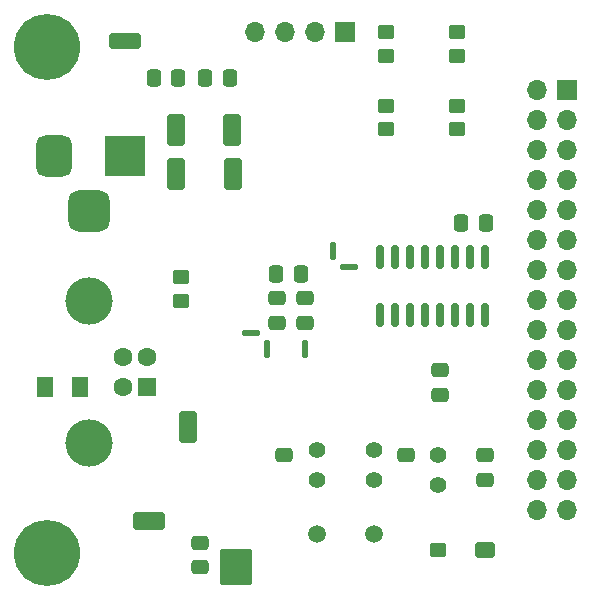
<source format=gbr>
%TF.GenerationSoftware,KiCad,Pcbnew,8.0.4*%
%TF.CreationDate,2024-10-18T12:18:20-03:00*%
%TF.ProjectId,STM32_DEV_BOARD,53544d33-325f-4444-9556-5f424f415244,rev?*%
%TF.SameCoordinates,Original*%
%TF.FileFunction,Soldermask,Bot*%
%TF.FilePolarity,Negative*%
%FSLAX46Y46*%
G04 Gerber Fmt 4.6, Leading zero omitted, Abs format (unit mm)*
G04 Created by KiCad (PCBNEW 8.0.4) date 2024-10-18 12:18:20*
%MOMM*%
%LPD*%
G01*
G04 APERTURE LIST*
G04 Aperture macros list*
%AMRoundRect*
0 Rectangle with rounded corners*
0 $1 Rounding radius*
0 $2 $3 $4 $5 $6 $7 $8 $9 X,Y pos of 4 corners*
0 Add a 4 corners polygon primitive as box body*
4,1,4,$2,$3,$4,$5,$6,$7,$8,$9,$2,$3,0*
0 Add four circle primitives for the rounded corners*
1,1,$1+$1,$2,$3*
1,1,$1+$1,$4,$5*
1,1,$1+$1,$6,$7*
1,1,$1+$1,$8,$9*
0 Add four rect primitives between the rounded corners*
20,1,$1+$1,$2,$3,$4,$5,0*
20,1,$1+$1,$4,$5,$6,$7,0*
20,1,$1+$1,$6,$7,$8,$9,0*
20,1,$1+$1,$8,$9,$2,$3,0*%
G04 Aperture macros list end*
%ADD10C,1.400000*%
%ADD11RoundRect,0.250000X-1.100000X0.500000X-1.100000X-0.500000X1.100000X-0.500000X1.100000X0.500000X0*%
%ADD12RoundRect,0.125000X0.125000X-0.625000X0.125000X0.625000X-0.125000X0.625000X-0.125000X-0.625000X0*%
%ADD13RoundRect,0.125000X0.625000X-0.125000X0.625000X0.125000X-0.625000X0.125000X-0.625000X-0.125000X0*%
%ADD14RoundRect,0.250000X-0.500000X-1.100000X0.500000X-1.100000X0.500000X1.100000X-0.500000X1.100000X0*%
%ADD15C,5.600000*%
%ADD16C,1.500000*%
%ADD17RoundRect,0.250000X0.450000X-0.350000X0.450000X0.350000X-0.450000X0.350000X-0.450000X-0.350000X0*%
%ADD18RoundRect,0.250000X0.600000X-0.400000X0.600000X0.400000X-0.600000X0.400000X-0.600000X-0.400000X0*%
%ADD19RoundRect,0.250000X0.475000X-0.337500X0.475000X0.337500X-0.475000X0.337500X-0.475000X-0.337500X0*%
%ADD20R,1.700000X1.700000*%
%ADD21O,1.700000X1.700000*%
%ADD22RoundRect,0.250000X-1.125000X1.275000X-1.125000X-1.275000X1.125000X-1.275000X1.125000X1.275000X0*%
%ADD23R,1.600000X1.600000*%
%ADD24C,1.600000*%
%ADD25C,4.000000*%
%ADD26R,3.500000X3.500000*%
%ADD27RoundRect,0.750000X-0.750000X-1.000000X0.750000X-1.000000X0.750000X1.000000X-0.750000X1.000000X0*%
%ADD28RoundRect,0.875000X-0.875000X-0.875000X0.875000X-0.875000X0.875000X0.875000X-0.875000X0.875000X0*%
%ADD29RoundRect,0.250000X1.100000X-0.412500X1.100000X0.412500X-1.100000X0.412500X-1.100000X-0.412500X0*%
%ADD30RoundRect,0.250000X-0.450000X0.350000X-0.450000X-0.350000X0.450000X-0.350000X0.450000X0.350000X0*%
%ADD31RoundRect,0.250000X-0.475000X0.337500X-0.475000X-0.337500X0.475000X-0.337500X0.475000X0.337500X0*%
%ADD32RoundRect,0.250000X-0.337500X-0.475000X0.337500X-0.475000X0.337500X0.475000X-0.337500X0.475000X0*%
%ADD33RoundRect,0.250000X0.500000X1.100000X-0.500000X1.100000X-0.500000X-1.100000X0.500000X-1.100000X0*%
%ADD34RoundRect,0.250000X0.337500X0.475000X-0.337500X0.475000X-0.337500X-0.475000X0.337500X-0.475000X0*%
%ADD35RoundRect,0.250001X0.462499X0.624999X-0.462499X0.624999X-0.462499X-0.624999X0.462499X-0.624999X0*%
%ADD36RoundRect,0.150000X0.150000X-0.825000X0.150000X0.825000X-0.150000X0.825000X-0.150000X-0.825000X0*%
G04 APERTURE END LIST*
D10*
%TO.C,JP2*%
X171190000Y-114602500D03*
X171190000Y-117142500D03*
%TD*%
D11*
%TO.C,D4*%
X146760000Y-120160000D03*
%TD*%
D12*
%TO.C,U1*%
X156740000Y-105625000D03*
X159940000Y-105625000D03*
D13*
X163715000Y-98650000D03*
D12*
X162340000Y-97275000D03*
D13*
X155365000Y-104250000D03*
%TD*%
D14*
%TO.C,D2*%
X150100000Y-112250000D03*
%TD*%
D15*
%TO.C,REF\u002A\u002A*%
X138140000Y-80050000D03*
%TD*%
D16*
%TO.C,Y1*%
X165840000Y-121300000D03*
X160960000Y-121300000D03*
%TD*%
D17*
%TO.C,R2*%
X171190000Y-122650000D03*
%TD*%
D18*
%TO.C,D5*%
X175230000Y-122640000D03*
%TD*%
D10*
%TO.C,JP7*%
X165842500Y-114130000D03*
X165842500Y-116670000D03*
%TD*%
D19*
%TO.C,C8*%
X168522500Y-114592500D03*
%TD*%
D20*
%TO.C,J2*%
X163330000Y-78780000D03*
D21*
X160790000Y-78780000D03*
X158250000Y-78780000D03*
X155710000Y-78780000D03*
%TD*%
D22*
%TO.C,U3*%
X154090000Y-124090000D03*
%TD*%
D15*
%TO.C,REF\u002A\u002A*%
X138140001Y-122849999D03*
%TD*%
D23*
%TO.C,J1*%
X146570000Y-108820000D03*
D24*
X146570000Y-106320000D03*
X144570000Y-106320000D03*
X144570000Y-108820000D03*
D25*
X141710000Y-113570000D03*
X141710000Y-101570000D03*
%TD*%
D10*
%TO.C,JP6*%
X160962500Y-116670000D03*
X160962500Y-114130000D03*
%TD*%
D19*
%TO.C,C7*%
X158202500Y-114602500D03*
%TD*%
%TO.C,C6*%
X175220000Y-116680000D03*
X175220000Y-114605000D03*
%TD*%
D26*
%TO.C,J6*%
X144720000Y-89240000D03*
D27*
X138720000Y-89240000D03*
D28*
X141720000Y-93940000D03*
%TD*%
D29*
%TO.C,C1*%
X144730000Y-79547500D03*
%TD*%
D17*
%TO.C,R6*%
X166810000Y-87012500D03*
X166810000Y-85012500D03*
%TD*%
D30*
%TO.C,R4*%
X172820000Y-78767500D03*
X172820000Y-80767500D03*
%TD*%
D31*
%TO.C,C12*%
X171440000Y-107402500D03*
X171440000Y-109477500D03*
%TD*%
D32*
%TO.C,C4*%
X151512500Y-82660000D03*
X153587500Y-82660000D03*
%TD*%
D14*
%TO.C,D1*%
X149020000Y-87080000D03*
X153820000Y-87080000D03*
%TD*%
D19*
%TO.C,C11*%
X157560000Y-103377500D03*
X157560000Y-101302500D03*
%TD*%
%TO.C,C5*%
X151060000Y-124097500D03*
X151060000Y-122022500D03*
%TD*%
D33*
%TO.C,D3*%
X153870000Y-90810000D03*
X149070000Y-90810000D03*
%TD*%
D34*
%TO.C,C13*%
X175257500Y-94910000D03*
X173182500Y-94910000D03*
%TD*%
%TO.C,C2*%
X149247500Y-82670000D03*
X147172500Y-82670000D03*
%TD*%
D30*
%TO.C,R3*%
X149480000Y-99550000D03*
X149480000Y-101550000D03*
%TD*%
D19*
%TO.C,C10*%
X159940000Y-103377500D03*
X159940000Y-101302500D03*
%TD*%
D35*
%TO.C,F1*%
X140917500Y-108840000D03*
X137942500Y-108840000D03*
%TD*%
D30*
%TO.C,R1*%
X166810000Y-78775000D03*
X166810000Y-80775000D03*
%TD*%
D20*
%TO.C,J3*%
X182190000Y-83670000D03*
D21*
X179650000Y-83670000D03*
X182190000Y-86210000D03*
X179650000Y-86210000D03*
X182190000Y-88750000D03*
X179650000Y-88750000D03*
X182190000Y-91290000D03*
X179650000Y-91290000D03*
X182190000Y-93830000D03*
X179650000Y-93830000D03*
X182190000Y-96370000D03*
X179650000Y-96370000D03*
X182190000Y-98910000D03*
X179650000Y-98910000D03*
X182190000Y-101450000D03*
X179650000Y-101450000D03*
X182190000Y-103990000D03*
X179650000Y-103990000D03*
X182190000Y-106530000D03*
X179650000Y-106530000D03*
X182190000Y-109070000D03*
X179650000Y-109070000D03*
X182190000Y-111610000D03*
X179650000Y-111610000D03*
X182190000Y-114150000D03*
X179650000Y-114150000D03*
X182190000Y-116690000D03*
X179650000Y-116690000D03*
X182190000Y-119230000D03*
X179650000Y-119230000D03*
%TD*%
D36*
%TO.C,U4*%
X175250000Y-102770000D03*
X173980000Y-102770000D03*
X172710000Y-102770000D03*
X171440000Y-102770000D03*
X170170000Y-102770000D03*
X168900000Y-102770000D03*
X167630000Y-102770000D03*
X166360000Y-102770000D03*
X166360000Y-97820000D03*
X167630000Y-97820000D03*
X168900000Y-97820000D03*
X170170000Y-97820000D03*
X171440000Y-97820000D03*
X172710000Y-97820000D03*
X173980000Y-97820000D03*
X175250000Y-97820000D03*
%TD*%
D34*
%TO.C,C9*%
X159627500Y-99260000D03*
X157552500Y-99260000D03*
%TD*%
D17*
%TO.C,R5*%
X172800000Y-87017500D03*
X172800000Y-85017500D03*
%TD*%
M02*

</source>
